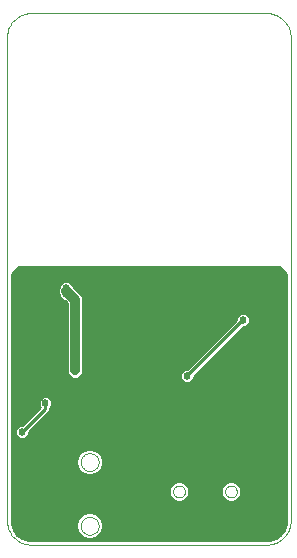
<source format=gbl>
G75*
G70*
%OFA0B0*%
%FSLAX24Y24*%
%IPPOS*%
%LPD*%
%AMOC8*
5,1,8,0,0,1.08239X$1,22.5*
%
%ADD10C,0.0000*%
%ADD11C,0.0100*%
%ADD12C,0.0246*%
%ADD13C,0.0120*%
%ADD14C,0.0320*%
%ADD15C,0.0160*%
D10*
X000944Y000912D02*
X008818Y000912D01*
X008818Y000913D02*
X008872Y000915D01*
X008925Y000920D01*
X008978Y000929D01*
X009030Y000942D01*
X009082Y000958D01*
X009132Y000978D01*
X009180Y001001D01*
X009227Y001028D01*
X009272Y001057D01*
X009315Y001090D01*
X009355Y001125D01*
X009393Y001163D01*
X009428Y001203D01*
X009461Y001246D01*
X009490Y001291D01*
X009517Y001338D01*
X009540Y001386D01*
X009560Y001436D01*
X009576Y001488D01*
X009589Y001540D01*
X009598Y001593D01*
X009603Y001646D01*
X009605Y001700D01*
X009605Y017842D01*
X009603Y017896D01*
X009598Y017949D01*
X009589Y018002D01*
X009576Y018054D01*
X009560Y018106D01*
X009540Y018156D01*
X009517Y018204D01*
X009490Y018251D01*
X009461Y018296D01*
X009428Y018339D01*
X009393Y018379D01*
X009355Y018417D01*
X009315Y018452D01*
X009272Y018485D01*
X009227Y018514D01*
X009180Y018541D01*
X009132Y018564D01*
X009082Y018584D01*
X009030Y018600D01*
X008978Y018613D01*
X008925Y018622D01*
X008872Y018627D01*
X008818Y018629D01*
X000944Y018629D01*
X000890Y018627D01*
X000837Y018622D01*
X000784Y018613D01*
X000732Y018600D01*
X000680Y018584D01*
X000630Y018564D01*
X000582Y018541D01*
X000535Y018514D01*
X000490Y018485D01*
X000447Y018452D01*
X000407Y018417D01*
X000369Y018379D01*
X000334Y018339D01*
X000301Y018296D01*
X000272Y018251D01*
X000245Y018204D01*
X000222Y018156D01*
X000202Y018106D01*
X000186Y018054D01*
X000173Y018002D01*
X000164Y017949D01*
X000159Y017896D01*
X000157Y017842D01*
X000156Y017842D02*
X000156Y001700D01*
X000157Y001700D02*
X000159Y001646D01*
X000164Y001593D01*
X000173Y001540D01*
X000186Y001488D01*
X000202Y001436D01*
X000222Y001386D01*
X000245Y001338D01*
X000272Y001291D01*
X000301Y001246D01*
X000334Y001203D01*
X000369Y001163D01*
X000407Y001125D01*
X000447Y001090D01*
X000490Y001057D01*
X000535Y001028D01*
X000582Y001001D01*
X000630Y000978D01*
X000680Y000958D01*
X000732Y000942D01*
X000784Y000929D01*
X000837Y000920D01*
X000890Y000915D01*
X000944Y000913D01*
X002617Y001542D02*
X002619Y001576D01*
X002625Y001610D01*
X002635Y001643D01*
X002648Y001674D01*
X002666Y001704D01*
X002686Y001732D01*
X002710Y001757D01*
X002736Y001779D01*
X002764Y001797D01*
X002795Y001813D01*
X002827Y001825D01*
X002861Y001833D01*
X002895Y001837D01*
X002929Y001837D01*
X002963Y001833D01*
X002997Y001825D01*
X003029Y001813D01*
X003059Y001797D01*
X003088Y001779D01*
X003114Y001757D01*
X003138Y001732D01*
X003158Y001704D01*
X003176Y001674D01*
X003189Y001643D01*
X003199Y001610D01*
X003205Y001576D01*
X003207Y001542D01*
X003205Y001508D01*
X003199Y001474D01*
X003189Y001441D01*
X003176Y001410D01*
X003158Y001380D01*
X003138Y001352D01*
X003114Y001327D01*
X003088Y001305D01*
X003060Y001287D01*
X003029Y001271D01*
X002997Y001259D01*
X002963Y001251D01*
X002929Y001247D01*
X002895Y001247D01*
X002861Y001251D01*
X002827Y001259D01*
X002795Y001271D01*
X002764Y001287D01*
X002736Y001305D01*
X002710Y001327D01*
X002686Y001352D01*
X002666Y001380D01*
X002648Y001410D01*
X002635Y001441D01*
X002625Y001474D01*
X002619Y001508D01*
X002617Y001542D01*
X002617Y003668D02*
X002619Y003702D01*
X002625Y003736D01*
X002635Y003769D01*
X002648Y003800D01*
X002666Y003830D01*
X002686Y003858D01*
X002710Y003883D01*
X002736Y003905D01*
X002764Y003923D01*
X002795Y003939D01*
X002827Y003951D01*
X002861Y003959D01*
X002895Y003963D01*
X002929Y003963D01*
X002963Y003959D01*
X002997Y003951D01*
X003029Y003939D01*
X003059Y003923D01*
X003088Y003905D01*
X003114Y003883D01*
X003138Y003858D01*
X003158Y003830D01*
X003176Y003800D01*
X003189Y003769D01*
X003199Y003736D01*
X003205Y003702D01*
X003207Y003668D01*
X003205Y003634D01*
X003199Y003600D01*
X003189Y003567D01*
X003176Y003536D01*
X003158Y003506D01*
X003138Y003478D01*
X003114Y003453D01*
X003088Y003431D01*
X003060Y003413D01*
X003029Y003397D01*
X002997Y003385D01*
X002963Y003377D01*
X002929Y003373D01*
X002895Y003373D01*
X002861Y003377D01*
X002827Y003385D01*
X002795Y003397D01*
X002764Y003413D01*
X002736Y003431D01*
X002710Y003453D01*
X002686Y003478D01*
X002666Y003506D01*
X002648Y003536D01*
X002635Y003567D01*
X002625Y003600D01*
X002619Y003634D01*
X002617Y003668D01*
X005688Y002684D02*
X005690Y002711D01*
X005696Y002738D01*
X005705Y002764D01*
X005718Y002788D01*
X005734Y002811D01*
X005753Y002830D01*
X005775Y002847D01*
X005799Y002861D01*
X005824Y002871D01*
X005851Y002878D01*
X005878Y002881D01*
X005906Y002880D01*
X005933Y002875D01*
X005959Y002867D01*
X005983Y002855D01*
X006006Y002839D01*
X006027Y002821D01*
X006044Y002800D01*
X006059Y002776D01*
X006070Y002751D01*
X006078Y002725D01*
X006082Y002698D01*
X006082Y002670D01*
X006078Y002643D01*
X006070Y002617D01*
X006059Y002592D01*
X006044Y002568D01*
X006027Y002547D01*
X006006Y002529D01*
X005984Y002513D01*
X005959Y002501D01*
X005933Y002493D01*
X005906Y002488D01*
X005878Y002487D01*
X005851Y002490D01*
X005824Y002497D01*
X005799Y002507D01*
X005775Y002521D01*
X005753Y002538D01*
X005734Y002557D01*
X005718Y002580D01*
X005705Y002604D01*
X005696Y002630D01*
X005690Y002657D01*
X005688Y002684D01*
X007420Y002684D02*
X007422Y002711D01*
X007428Y002738D01*
X007437Y002764D01*
X007450Y002788D01*
X007466Y002811D01*
X007485Y002830D01*
X007507Y002847D01*
X007531Y002861D01*
X007556Y002871D01*
X007583Y002878D01*
X007610Y002881D01*
X007638Y002880D01*
X007665Y002875D01*
X007691Y002867D01*
X007715Y002855D01*
X007738Y002839D01*
X007759Y002821D01*
X007776Y002800D01*
X007791Y002776D01*
X007802Y002751D01*
X007810Y002725D01*
X007814Y002698D01*
X007814Y002670D01*
X007810Y002643D01*
X007802Y002617D01*
X007791Y002592D01*
X007776Y002568D01*
X007759Y002547D01*
X007738Y002529D01*
X007716Y002513D01*
X007691Y002501D01*
X007665Y002493D01*
X007638Y002488D01*
X007610Y002487D01*
X007583Y002490D01*
X007556Y002497D01*
X007531Y002507D01*
X007507Y002521D01*
X007485Y002538D01*
X007466Y002557D01*
X007450Y002580D01*
X007437Y002604D01*
X007428Y002630D01*
X007422Y002657D01*
X007420Y002684D01*
D11*
X000654Y001132D02*
X000493Y001249D01*
X000376Y001410D01*
X000314Y001600D01*
X000306Y001700D01*
X000306Y009921D01*
X000550Y010164D01*
X009211Y010164D01*
X009455Y009921D01*
X009455Y001700D01*
X009447Y001600D01*
X009386Y001410D01*
X009268Y001249D01*
X009107Y001132D01*
X008917Y001070D01*
X008818Y001062D01*
X000944Y001062D01*
X000844Y001070D01*
X000654Y001132D01*
X000723Y001109D02*
X002794Y001109D01*
X002824Y001097D02*
X003001Y001097D01*
X003164Y001165D01*
X003290Y001290D01*
X003357Y001454D01*
X003357Y001631D01*
X003290Y001795D01*
X003164Y001920D01*
X003001Y001988D01*
X002824Y001988D01*
X002660Y001920D01*
X002535Y001795D01*
X002467Y001631D01*
X002467Y001454D01*
X002535Y001290D01*
X002660Y001165D01*
X002824Y001097D01*
X002617Y001208D02*
X000550Y001208D01*
X000451Y001306D02*
X002528Y001306D01*
X002487Y001405D02*
X000380Y001405D01*
X000346Y001503D02*
X002467Y001503D01*
X002467Y001602D02*
X000314Y001602D01*
X000306Y001700D02*
X002496Y001700D01*
X002539Y001799D02*
X000306Y001799D01*
X000306Y001897D02*
X002638Y001897D01*
X003187Y001897D02*
X009455Y001897D01*
X009455Y001799D02*
X003285Y001799D01*
X003329Y001700D02*
X009455Y001700D01*
X009447Y001602D02*
X003357Y001602D01*
X003357Y001503D02*
X009416Y001503D01*
X009382Y001405D02*
X003337Y001405D01*
X003296Y001306D02*
X009310Y001306D01*
X009212Y001208D02*
X003207Y001208D01*
X003031Y001109D02*
X009038Y001109D01*
X009455Y001996D02*
X000306Y001996D01*
X000306Y002094D02*
X009455Y002094D01*
X009455Y002193D02*
X000306Y002193D01*
X000306Y002291D02*
X009455Y002291D01*
X009455Y002390D02*
X007813Y002390D01*
X007911Y002488D01*
X007964Y002615D01*
X007964Y002753D01*
X007911Y002881D01*
X007813Y002978D01*
X007686Y003031D01*
X007548Y003031D01*
X007420Y002978D01*
X007323Y002881D01*
X007270Y002753D01*
X007270Y002615D01*
X007323Y002488D01*
X007420Y002390D01*
X007548Y002337D01*
X007686Y002337D01*
X007813Y002390D01*
X007911Y002488D02*
X009455Y002488D01*
X009455Y002587D02*
X007952Y002587D01*
X007964Y002685D02*
X009455Y002685D01*
X009455Y002784D02*
X007951Y002784D01*
X007909Y002882D02*
X009455Y002882D01*
X009455Y002981D02*
X007807Y002981D01*
X007427Y002981D02*
X006074Y002981D01*
X006081Y002978D02*
X005954Y003031D01*
X005816Y003031D01*
X005688Y002978D01*
X005591Y002881D01*
X005538Y002753D01*
X005538Y002615D01*
X005591Y002488D01*
X005688Y002390D01*
X005816Y002337D01*
X005954Y002337D01*
X006081Y002390D01*
X006179Y002488D01*
X007323Y002488D01*
X007282Y002587D02*
X006220Y002587D01*
X006231Y002615D02*
X006179Y002488D01*
X006231Y002615D02*
X006231Y002753D01*
X006179Y002881D01*
X006081Y002978D01*
X006177Y002882D02*
X007325Y002882D01*
X007283Y002784D02*
X006219Y002784D01*
X006231Y002685D02*
X007270Y002685D01*
X007421Y002390D02*
X006081Y002390D01*
X005688Y002390D02*
X000306Y002390D01*
X000306Y002488D02*
X005590Y002488D01*
X005549Y002587D02*
X000306Y002587D01*
X000306Y002685D02*
X005538Y002685D01*
X005551Y002784D02*
X000306Y002784D01*
X000306Y002882D02*
X005592Y002882D01*
X005695Y002981D02*
X000306Y002981D01*
X000306Y003079D02*
X009455Y003079D01*
X009455Y003178D02*
X000306Y003178D01*
X000306Y003276D02*
X002695Y003276D01*
X002660Y003291D02*
X002824Y003223D01*
X003001Y003223D01*
X003164Y003291D01*
X003290Y003416D01*
X003357Y003580D01*
X003357Y003757D01*
X003290Y003921D01*
X003164Y004046D01*
X003001Y004114D01*
X002824Y004114D01*
X002660Y004046D01*
X002535Y003921D01*
X002467Y003757D01*
X002467Y003580D01*
X002535Y003416D01*
X002660Y003291D01*
X002576Y003375D02*
X000306Y003375D01*
X000306Y003473D02*
X002511Y003473D01*
X002470Y003572D02*
X000306Y003572D01*
X000306Y003670D02*
X002467Y003670D01*
X002472Y003769D02*
X000306Y003769D01*
X000306Y003867D02*
X002513Y003867D01*
X002580Y003966D02*
X000306Y003966D01*
X000306Y004064D02*
X002705Y004064D01*
X003119Y004064D02*
X009455Y004064D01*
X009455Y003966D02*
X003244Y003966D01*
X003312Y003867D02*
X009455Y003867D01*
X009455Y003769D02*
X003352Y003769D01*
X003357Y003670D02*
X009455Y003670D01*
X009455Y003572D02*
X003354Y003572D01*
X003313Y003473D02*
X009455Y003473D01*
X009455Y003375D02*
X003249Y003375D01*
X003130Y003276D02*
X009455Y003276D01*
X009455Y004163D02*
X000306Y004163D01*
X000306Y004261D02*
X009455Y004261D01*
X009455Y004360D02*
X000306Y004360D01*
X000306Y004458D02*
X000513Y004458D01*
X000552Y004420D02*
X000745Y004420D01*
X000881Y004556D01*
X000881Y004659D01*
X001596Y005374D01*
X001596Y005467D01*
X001669Y005540D01*
X001669Y005733D01*
X001532Y005870D01*
X001339Y005870D01*
X001203Y005733D01*
X001203Y005540D01*
X001256Y005487D01*
X000655Y004886D01*
X000552Y004886D01*
X000415Y004749D01*
X000415Y004556D01*
X000552Y004420D01*
X000415Y004557D02*
X000306Y004557D01*
X000306Y004655D02*
X000415Y004655D01*
X000420Y004754D02*
X000306Y004754D01*
X000306Y004852D02*
X000519Y004852D01*
X000648Y004653D02*
X001436Y005440D01*
X001436Y005637D01*
X001203Y005640D02*
X000306Y005640D01*
X000306Y005542D02*
X001203Y005542D01*
X001213Y005443D02*
X000306Y005443D01*
X000306Y005345D02*
X001115Y005345D01*
X001016Y005246D02*
X000306Y005246D01*
X000306Y005148D02*
X000918Y005148D01*
X000819Y005049D02*
X000306Y005049D01*
X000306Y004951D02*
X000721Y004951D01*
X000881Y004655D02*
X009455Y004655D01*
X009455Y004557D02*
X000881Y004557D01*
X000784Y004458D02*
X009455Y004458D01*
X009455Y004754D02*
X000976Y004754D01*
X001075Y004852D02*
X009455Y004852D01*
X009455Y004951D02*
X001173Y004951D01*
X001272Y005049D02*
X009455Y005049D01*
X009455Y005148D02*
X001370Y005148D01*
X001469Y005246D02*
X009455Y005246D01*
X009455Y005345D02*
X001567Y005345D01*
X001596Y005443D02*
X009455Y005443D01*
X009455Y005542D02*
X001669Y005542D01*
X001669Y005640D02*
X009455Y005640D01*
X009455Y005739D02*
X001663Y005739D01*
X001565Y005837D02*
X009455Y005837D01*
X009455Y005936D02*
X000306Y005936D01*
X000306Y006034D02*
X009455Y006034D01*
X009455Y006133D02*
X000306Y006133D01*
X000306Y006231D02*
X009455Y006231D01*
X009455Y006330D02*
X006297Y006330D01*
X006257Y006290D02*
X006393Y006426D01*
X006393Y006515D01*
X008038Y008160D01*
X008127Y008160D01*
X008263Y008296D01*
X008263Y008489D01*
X008127Y008626D01*
X007934Y008626D01*
X007797Y008489D01*
X007797Y008400D01*
X006153Y006756D01*
X006064Y006756D01*
X005927Y006619D01*
X005927Y006426D01*
X006064Y006290D01*
X006257Y006290D01*
X006393Y006428D02*
X009455Y006428D01*
X009455Y006527D02*
X006405Y006527D01*
X006503Y006625D02*
X009455Y006625D01*
X009455Y006724D02*
X006602Y006724D01*
X006700Y006822D02*
X009455Y006822D01*
X009455Y006921D02*
X006799Y006921D01*
X006897Y007019D02*
X009455Y007019D01*
X009455Y007118D02*
X006996Y007118D01*
X007094Y007216D02*
X009455Y007216D01*
X009455Y007315D02*
X007193Y007315D01*
X007291Y007413D02*
X009455Y007413D01*
X009455Y007512D02*
X007390Y007512D01*
X007488Y007610D02*
X009455Y007610D01*
X009455Y007709D02*
X007587Y007709D01*
X007685Y007807D02*
X009455Y007807D01*
X009455Y007906D02*
X007784Y007906D01*
X007882Y008004D02*
X009455Y008004D01*
X009455Y008103D02*
X007981Y008103D01*
X008169Y008201D02*
X009455Y008201D01*
X009455Y008300D02*
X008263Y008300D01*
X008263Y008398D02*
X009455Y008398D01*
X009455Y008497D02*
X008256Y008497D01*
X008157Y008595D02*
X009455Y008595D01*
X009455Y008694D02*
X002690Y008694D01*
X002690Y008792D02*
X009455Y008792D01*
X009455Y008891D02*
X002690Y008891D01*
X002690Y008989D02*
X009455Y008989D01*
X009455Y009088D02*
X002690Y009088D01*
X002690Y009135D02*
X002649Y009235D01*
X002358Y009526D01*
X002358Y009572D01*
X002221Y009708D01*
X002028Y009708D01*
X001892Y009572D01*
X001892Y009520D01*
X001855Y009431D01*
X001855Y009323D01*
X001892Y009234D01*
X001892Y009182D01*
X002028Y009046D01*
X002074Y009046D01*
X002150Y008970D01*
X002150Y006666D01*
X002191Y006567D01*
X002267Y006491D01*
X002366Y006449D01*
X002474Y006449D01*
X002573Y006491D01*
X002649Y006567D01*
X002690Y006666D01*
X002690Y006970D01*
X002690Y009028D01*
X002690Y009135D01*
X002669Y009186D02*
X009455Y009186D01*
X009455Y009285D02*
X002599Y009285D01*
X002500Y009383D02*
X009455Y009383D01*
X009455Y009482D02*
X002402Y009482D01*
X002349Y009580D02*
X009455Y009580D01*
X009455Y009679D02*
X002251Y009679D01*
X001999Y009679D02*
X000306Y009679D01*
X000306Y009777D02*
X009455Y009777D01*
X009455Y009876D02*
X000306Y009876D01*
X000360Y009974D02*
X009401Y009974D01*
X009303Y010073D02*
X000459Y010073D01*
X000306Y009580D02*
X001900Y009580D01*
X001876Y009482D02*
X000306Y009482D01*
X000306Y009383D02*
X001855Y009383D01*
X001871Y009285D02*
X000306Y009285D01*
X000306Y009186D02*
X001892Y009186D01*
X001986Y009088D02*
X000306Y009088D01*
X000306Y008989D02*
X002131Y008989D01*
X002150Y008891D02*
X000306Y008891D01*
X000306Y008792D02*
X002150Y008792D01*
X002150Y008694D02*
X000306Y008694D01*
X000306Y008595D02*
X002150Y008595D01*
X002150Y008497D02*
X000306Y008497D01*
X000306Y008398D02*
X002150Y008398D01*
X002150Y008300D02*
X000306Y008300D01*
X000306Y008201D02*
X002150Y008201D01*
X002150Y008103D02*
X000306Y008103D01*
X000306Y008004D02*
X002150Y008004D01*
X002150Y007906D02*
X000306Y007906D01*
X000306Y007807D02*
X002150Y007807D01*
X002150Y007709D02*
X000306Y007709D01*
X000306Y007610D02*
X002150Y007610D01*
X002150Y007512D02*
X000306Y007512D01*
X000306Y007413D02*
X002150Y007413D01*
X002150Y007315D02*
X000306Y007315D01*
X000306Y007216D02*
X002150Y007216D01*
X002150Y007118D02*
X000306Y007118D01*
X000306Y007019D02*
X002150Y007019D01*
X002150Y006921D02*
X000306Y006921D01*
X000306Y006822D02*
X002150Y006822D01*
X002150Y006724D02*
X000306Y006724D01*
X000306Y006625D02*
X002167Y006625D01*
X002231Y006527D02*
X000306Y006527D01*
X000306Y006428D02*
X005927Y006428D01*
X005927Y006527D02*
X002609Y006527D01*
X002673Y006625D02*
X005934Y006625D01*
X006032Y006724D02*
X002690Y006724D01*
X002690Y006822D02*
X006220Y006822D01*
X006318Y006921D02*
X002690Y006921D01*
X002690Y007019D02*
X006417Y007019D01*
X006515Y007118D02*
X002690Y007118D01*
X002690Y007216D02*
X006614Y007216D01*
X006712Y007315D02*
X002690Y007315D01*
X002690Y007413D02*
X006811Y007413D01*
X006909Y007512D02*
X002690Y007512D01*
X002690Y007610D02*
X007008Y007610D01*
X007106Y007709D02*
X002690Y007709D01*
X002690Y007807D02*
X007205Y007807D01*
X007303Y007906D02*
X002690Y007906D01*
X002690Y008004D02*
X007402Y008004D01*
X007500Y008103D02*
X002690Y008103D01*
X002690Y008201D02*
X007599Y008201D01*
X007697Y008300D02*
X002690Y008300D01*
X002690Y008398D02*
X007796Y008398D01*
X007805Y008497D02*
X002690Y008497D01*
X002690Y008595D02*
X007904Y008595D01*
X006023Y006330D02*
X000306Y006330D01*
X000306Y005837D02*
X001307Y005837D01*
X001208Y005739D02*
X000306Y005739D01*
D12*
X000648Y004653D03*
X000944Y003373D03*
X000944Y002881D03*
X000550Y001700D03*
X000944Y001306D03*
X001633Y002881D03*
X001731Y003964D03*
X002322Y003373D03*
X002125Y001306D03*
X004093Y001306D03*
X005274Y004456D03*
X004782Y004849D03*
X004881Y005932D03*
X004093Y005932D03*
X003896Y006818D03*
X003700Y008786D03*
X003700Y009968D03*
X004487Y009968D03*
X004487Y008786D03*
X005274Y008786D03*
X005274Y009968D03*
X006062Y009968D03*
X006062Y008786D03*
X006554Y007999D03*
X006751Y008393D03*
X006160Y006523D03*
X006259Y005834D03*
X007341Y004653D03*
X007735Y003865D03*
X007637Y001306D03*
X006751Y001306D03*
X005865Y001306D03*
X009211Y001700D03*
X009211Y002487D03*
X009211Y003275D03*
X009211Y004062D03*
X009211Y004849D03*
X009211Y005637D03*
X009211Y006424D03*
X009211Y007999D03*
X009211Y008786D03*
X008030Y008393D03*
X002912Y008786D03*
X002912Y009968D03*
X002125Y009968D03*
X002125Y009475D03*
X002125Y009279D03*
X002026Y008885D03*
X002026Y008688D03*
X001633Y007999D03*
X001436Y008393D03*
X001042Y007507D03*
X002026Y007310D03*
X002420Y006916D03*
X002420Y006719D03*
X001436Y005637D03*
D13*
X006160Y006523D02*
X008030Y008393D01*
D14*
X002420Y009082D02*
X002420Y006916D01*
X002420Y006719D01*
X002420Y009082D02*
X002125Y009377D01*
D15*
X002125Y009279D01*
X002125Y009377D02*
X002125Y009475D01*
M02*

</source>
